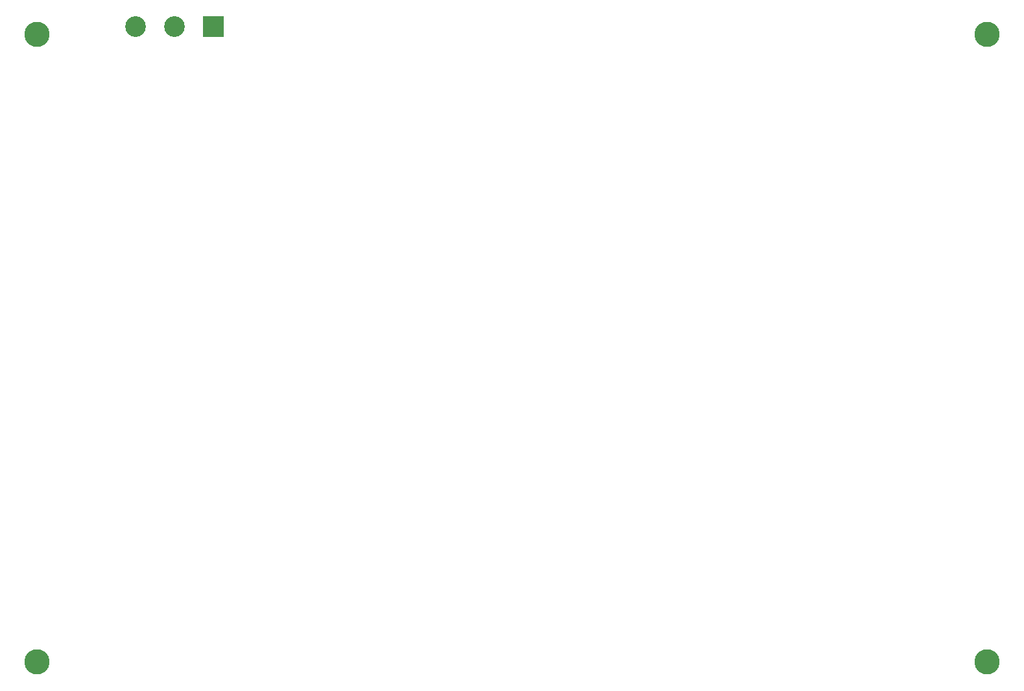
<source format=gbs>
G04 #@! TF.GenerationSoftware,KiCad,Pcbnew,(5.1.6)-1*
G04 #@! TF.CreationDate,2020-10-03T14:28:17-05:00*
G04 #@! TF.ProjectId,LEDs_RGB_cloud,4c454473-5f52-4474-925f-636c6f75642e,rev?*
G04 #@! TF.SameCoordinates,Original*
G04 #@! TF.FileFunction,Soldermask,Bot*
G04 #@! TF.FilePolarity,Negative*
%FSLAX46Y46*%
G04 Gerber Fmt 4.6, Leading zero omitted, Abs format (unit mm)*
G04 Created by KiCad (PCBNEW (5.1.6)-1) date 2020-10-03 14:28:18*
%MOMM*%
%LPD*%
G01*
G04 APERTURE LIST*
%ADD10C,3.300000*%
%ADD11C,2.700000*%
%ADD12R,2.700000X2.700000*%
G04 APERTURE END LIST*
D10*
X178000000Y-108000000D03*
X178000000Y-26000000D03*
X54000000Y-108000000D03*
X54000000Y-26000000D03*
D11*
X66840000Y-25000000D03*
X71920000Y-25000000D03*
D12*
X77000000Y-25000000D03*
M02*

</source>
